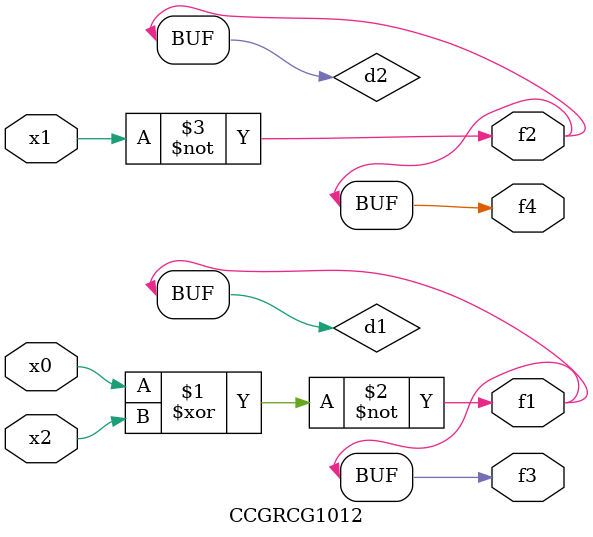
<source format=v>
module CCGRCG1012(
	input x0, x1, x2,
	output f1, f2, f3, f4
);

	wire d1, d2, d3;

	xnor (d1, x0, x2);
	nand (d2, x1);
	nor (d3, x1, x2);
	assign f1 = d1;
	assign f2 = d2;
	assign f3 = d1;
	assign f4 = d2;
endmodule

</source>
